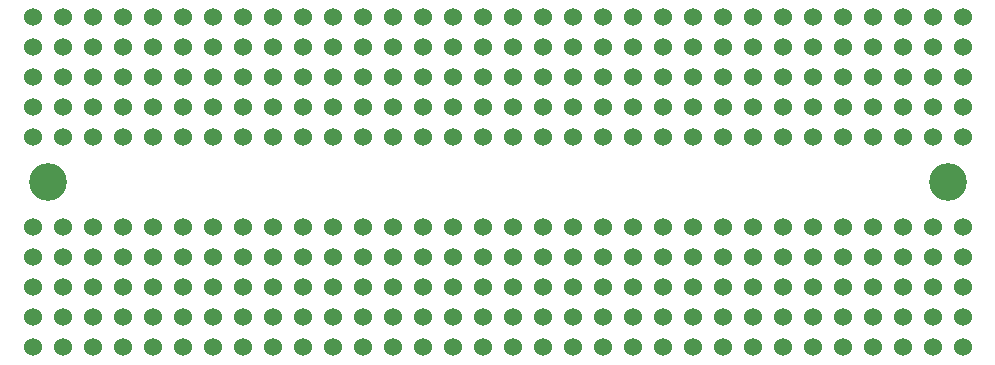
<source format=gbr>
%TF.GenerationSoftware,KiCad,Pcbnew,5.1.9-73d0e3b20d~88~ubuntu20.04.1*%
%TF.CreationDate,2021-01-27T17:21:08-06:00*%
%TF.ProjectId,ProtoPCBs,50726f74-6f50-4434-9273-2e6b69636164,rev?*%
%TF.SameCoordinates,Original*%
%TF.FileFunction,Soldermask,Top*%
%TF.FilePolarity,Negative*%
%FSLAX46Y46*%
G04 Gerber Fmt 4.6, Leading zero omitted, Abs format (unit mm)*
G04 Created by KiCad (PCBNEW 5.1.9-73d0e3b20d~88~ubuntu20.04.1) date 2021-01-27 17:21:08*
%MOMM*%
%LPD*%
G01*
G04 APERTURE LIST*
%ADD10C,1.524000*%
%ADD11C,3.200000*%
G04 APERTURE END LIST*
D10*
%TO.C,REF\u002A\u002A*%
X152400000Y-83820000D03*
X152400000Y-93980000D03*
X162560000Y-86360000D03*
X215900000Y-83820000D03*
X223520000Y-91440000D03*
X223520000Y-93980000D03*
X220980000Y-91440000D03*
X220980000Y-93980000D03*
X187960000Y-93980000D03*
X187960000Y-88900000D03*
X185420000Y-83820000D03*
X175260000Y-93980000D03*
X195580000Y-91440000D03*
X200660000Y-88900000D03*
X215900000Y-91440000D03*
X220980000Y-88900000D03*
X223520000Y-88900000D03*
X203200000Y-88900000D03*
X165100000Y-86360000D03*
X172720000Y-88900000D03*
X210820000Y-88900000D03*
X182880000Y-83820000D03*
X190500000Y-91440000D03*
X152400000Y-86360000D03*
X172720000Y-86360000D03*
X172720000Y-93980000D03*
X193040000Y-86360000D03*
X193040000Y-93980000D03*
X180340000Y-91440000D03*
X180340000Y-93980000D03*
X165100000Y-83820000D03*
X180340000Y-86360000D03*
X154940000Y-93980000D03*
X157480000Y-88900000D03*
X218440000Y-91440000D03*
X218440000Y-88900000D03*
X218440000Y-86360000D03*
X231140000Y-93980000D03*
X220980000Y-86360000D03*
X226060000Y-88900000D03*
X185420000Y-88900000D03*
X172720000Y-91440000D03*
X190500000Y-86360000D03*
X215900000Y-93980000D03*
X213360000Y-88900000D03*
X223520000Y-86360000D03*
X213360000Y-91440000D03*
X231140000Y-86360000D03*
X218440000Y-93980000D03*
X208280000Y-93980000D03*
X177800000Y-86360000D03*
X167640000Y-91440000D03*
X190500000Y-93980000D03*
X182880000Y-91440000D03*
X182880000Y-93980000D03*
X177800000Y-93980000D03*
X162560000Y-88900000D03*
X228600000Y-86360000D03*
X226060000Y-86360000D03*
X223520000Y-83820000D03*
X231140000Y-91440000D03*
X226060000Y-93980000D03*
X226060000Y-91440000D03*
X208280000Y-83820000D03*
X195580000Y-88900000D03*
X160020000Y-88900000D03*
X167640000Y-83820000D03*
X175260000Y-83820000D03*
X177800000Y-91440000D03*
X177800000Y-88900000D03*
X187960000Y-91440000D03*
X180340000Y-83820000D03*
X175260000Y-91440000D03*
X160020000Y-91440000D03*
X180340000Y-88900000D03*
X187960000Y-83820000D03*
X195580000Y-93980000D03*
X193040000Y-88900000D03*
X160020000Y-93980000D03*
X203200000Y-86360000D03*
X193040000Y-91440000D03*
X210820000Y-86360000D03*
X175260000Y-88900000D03*
X190500000Y-83820000D03*
X167640000Y-93980000D03*
X167640000Y-88900000D03*
X231140000Y-88900000D03*
X213360000Y-86360000D03*
X213360000Y-93980000D03*
X228600000Y-93980000D03*
X228600000Y-83820000D03*
X215900000Y-88900000D03*
X162560000Y-83820000D03*
X198120000Y-93980000D03*
X195580000Y-83820000D03*
X170180000Y-91440000D03*
X231140000Y-83820000D03*
X215900000Y-86360000D03*
X228600000Y-91440000D03*
X220980000Y-83820000D03*
X218440000Y-83820000D03*
X160020000Y-83820000D03*
X175260000Y-86360000D03*
X154940000Y-91440000D03*
X165100000Y-91440000D03*
X203200000Y-91440000D03*
X203200000Y-93980000D03*
X200660000Y-91440000D03*
X200660000Y-93980000D03*
X208280000Y-86360000D03*
X226060000Y-83820000D03*
X182880000Y-86360000D03*
X185420000Y-86360000D03*
X205740000Y-86360000D03*
X203200000Y-83820000D03*
X210820000Y-91440000D03*
X205740000Y-93980000D03*
X205740000Y-91440000D03*
X172720000Y-83820000D03*
X187960000Y-86360000D03*
X185420000Y-93980000D03*
X157480000Y-83820000D03*
X198120000Y-91440000D03*
X198120000Y-88900000D03*
X198120000Y-86360000D03*
X210820000Y-93980000D03*
X154940000Y-88900000D03*
X170180000Y-83820000D03*
X152400000Y-91440000D03*
X170180000Y-86360000D03*
X200660000Y-86360000D03*
X205740000Y-88900000D03*
X190500000Y-88900000D03*
X167640000Y-86360000D03*
X213360000Y-83820000D03*
X228600000Y-88900000D03*
X210820000Y-83820000D03*
X195580000Y-86360000D03*
X208280000Y-91440000D03*
X200660000Y-83820000D03*
X182880000Y-88900000D03*
X165100000Y-93980000D03*
X165100000Y-88900000D03*
X154940000Y-86360000D03*
X157480000Y-93980000D03*
X170180000Y-93980000D03*
X198120000Y-83820000D03*
X193040000Y-83820000D03*
X208280000Y-88900000D03*
X205740000Y-83820000D03*
X170180000Y-88900000D03*
X185420000Y-91440000D03*
X177800000Y-83820000D03*
X162560000Y-93980000D03*
X152400000Y-88900000D03*
X157480000Y-86360000D03*
X160020000Y-86360000D03*
X154940000Y-83820000D03*
X157480000Y-91440000D03*
X162560000Y-91440000D03*
X215900000Y-73660000D03*
X220980000Y-71120000D03*
X223520000Y-71120000D03*
X231140000Y-71120000D03*
X213360000Y-68580000D03*
X213360000Y-76200000D03*
X228600000Y-76200000D03*
X228600000Y-66040000D03*
X215900000Y-71120000D03*
X215900000Y-76200000D03*
X213360000Y-71120000D03*
X223520000Y-68580000D03*
X213360000Y-73660000D03*
X231140000Y-68580000D03*
X218440000Y-76200000D03*
X215900000Y-66040000D03*
X223520000Y-73660000D03*
X223520000Y-76200000D03*
X220980000Y-73660000D03*
X220980000Y-76200000D03*
X228600000Y-68580000D03*
X226060000Y-68580000D03*
X223520000Y-66040000D03*
X231140000Y-73660000D03*
X226060000Y-76200000D03*
X226060000Y-73660000D03*
X218440000Y-73660000D03*
X218440000Y-71120000D03*
X218440000Y-68580000D03*
X231140000Y-76200000D03*
X220980000Y-68580000D03*
X226060000Y-71120000D03*
X231140000Y-66040000D03*
X215900000Y-68580000D03*
X228600000Y-73660000D03*
X220980000Y-66040000D03*
X218440000Y-66040000D03*
X213360000Y-66040000D03*
X228600000Y-71120000D03*
X226060000Y-66040000D03*
X208280000Y-76200000D03*
X208280000Y-71120000D03*
X205740000Y-66040000D03*
X195580000Y-76200000D03*
X193040000Y-71120000D03*
X203200000Y-66040000D03*
X210820000Y-73660000D03*
X193040000Y-68580000D03*
X193040000Y-76200000D03*
X200660000Y-73660000D03*
X200660000Y-76200000D03*
X200660000Y-68580000D03*
X205740000Y-71120000D03*
X193040000Y-73660000D03*
X210820000Y-68580000D03*
X198120000Y-68580000D03*
X210820000Y-76200000D03*
X203200000Y-73660000D03*
X203200000Y-76200000D03*
X198120000Y-76200000D03*
X195580000Y-66040000D03*
X198120000Y-73660000D03*
X198120000Y-71120000D03*
X208280000Y-73660000D03*
X200660000Y-66040000D03*
X195580000Y-73660000D03*
X200660000Y-71120000D03*
X208280000Y-66040000D03*
X195580000Y-71120000D03*
X210820000Y-66040000D03*
X195580000Y-68580000D03*
X203200000Y-68580000D03*
X205740000Y-68580000D03*
X193040000Y-66040000D03*
X208280000Y-68580000D03*
X205740000Y-76200000D03*
X210820000Y-71120000D03*
X203200000Y-71120000D03*
X205740000Y-73660000D03*
X198120000Y-66040000D03*
X172720000Y-66040000D03*
X172720000Y-76200000D03*
X182880000Y-68580000D03*
X185420000Y-68580000D03*
X172720000Y-68580000D03*
X185420000Y-66040000D03*
X175260000Y-76200000D03*
X177800000Y-71120000D03*
X187960000Y-73660000D03*
X182880000Y-71120000D03*
X180340000Y-71120000D03*
X187960000Y-66040000D03*
X180340000Y-73660000D03*
X180340000Y-76200000D03*
X187960000Y-76200000D03*
X187960000Y-71120000D03*
X182880000Y-66040000D03*
X190500000Y-73660000D03*
X180340000Y-66040000D03*
X175260000Y-73660000D03*
X185420000Y-73660000D03*
X177800000Y-66040000D03*
X175260000Y-71120000D03*
X190500000Y-66040000D03*
X172720000Y-73660000D03*
X190500000Y-68580000D03*
X187960000Y-68580000D03*
X185420000Y-76200000D03*
X185420000Y-71120000D03*
X175260000Y-68580000D03*
X177800000Y-76200000D03*
X190500000Y-76200000D03*
X190500000Y-71120000D03*
X182880000Y-76200000D03*
X172720000Y-71120000D03*
X177800000Y-68580000D03*
X180340000Y-68580000D03*
X175260000Y-66040000D03*
X177800000Y-73660000D03*
X182880000Y-73660000D03*
X170180000Y-73660000D03*
X170180000Y-66040000D03*
X170180000Y-76200000D03*
X170180000Y-71120000D03*
X170180000Y-68580000D03*
X167640000Y-68580000D03*
X167640000Y-66040000D03*
X167640000Y-73660000D03*
X167640000Y-76200000D03*
X167640000Y-71120000D03*
X165100000Y-68580000D03*
X165100000Y-71120000D03*
X165100000Y-66040000D03*
X165100000Y-76200000D03*
X165100000Y-73660000D03*
X162560000Y-71120000D03*
X162560000Y-73660000D03*
X162560000Y-76200000D03*
X162560000Y-66040000D03*
X162560000Y-68580000D03*
X160020000Y-71120000D03*
X160020000Y-66040000D03*
X160020000Y-76200000D03*
X160020000Y-68580000D03*
X160020000Y-73660000D03*
X157480000Y-76200000D03*
X157480000Y-73660000D03*
X157480000Y-71120000D03*
X157480000Y-68580000D03*
X157480000Y-66040000D03*
X154940000Y-66040000D03*
X154940000Y-76200000D03*
X154940000Y-68580000D03*
X154940000Y-73660000D03*
X154940000Y-71120000D03*
X152400000Y-76200000D03*
X152400000Y-73660000D03*
X152400000Y-71120000D03*
X152400000Y-68580000D03*
X152400000Y-66040000D03*
%TD*%
D11*
%TO.C,REF\u002A\u002A*%
X153670000Y-80010000D03*
%TD*%
%TO.C,REF\u002A\u002A*%
X229870000Y-80010000D03*
%TD*%
M02*

</source>
